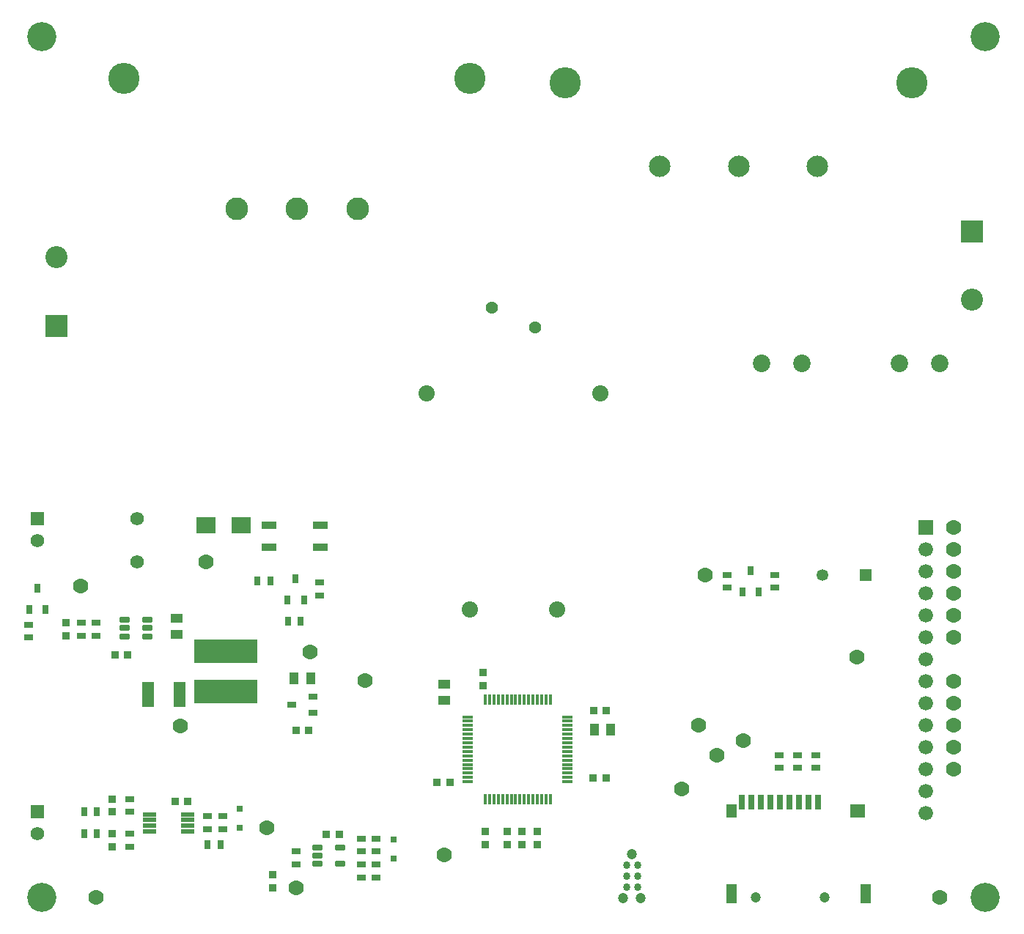
<source format=gts>
G04*
G04 #@! TF.GenerationSoftware,Altium Limited,CircuitStudio,1.5.2 (30)*
G04*
G04 Layer_Color=8388736*
%FSLAX44Y44*%
%MOMM*%
G71*
G01*
G75*
%ADD72R,1.4760X2.9760*%
%ADD73R,0.6760X0.9760*%
%ADD74R,0.9760X0.6760*%
%ADD75R,1.3760X0.9760*%
%ADD76R,1.2760X0.3760*%
%ADD77R,0.3760X1.2760*%
%ADD78R,0.9760X1.3760*%
%ADD79R,0.8760X0.8760*%
%ADD80R,0.8760X0.8760*%
%ADD81R,1.7760X0.8760*%
%ADD82R,0.6760X0.6760*%
%ADD83R,2.2350X1.8540*%
%ADD84C,0.8634*%
G04:AMPARAMS|DCode=85|XSize=1.176mm|YSize=0.676mm|CornerRadius=0.113mm|HoleSize=0mm|Usage=FLASHONLY|Rotation=180.000|XOffset=0mm|YOffset=0mm|HoleType=Round|Shape=RoundedRectangle|*
%AMROUNDEDRECTD85*
21,1,1.1760,0.4500,0,0,180.0*
21,1,0.9500,0.6760,0,0,180.0*
1,1,0.2260,-0.4750,0.2250*
1,1,0.2260,0.4750,0.2250*
1,1,0.2260,0.4750,-0.2250*
1,1,0.2260,-0.4750,-0.2250*
%
%ADD85ROUNDEDRECTD85*%
%ADD86R,7.3760X2.7260*%
%ADD87R,1.5260X0.5260*%
%ADD88R,1.2760X2.2760*%
%ADD89R,1.2760X1.5760*%
%ADD90R,1.6760X1.5760*%
%ADD91R,0.7760X1.6760*%
%ADD92C,3.6000*%
%ADD93C,2.6260*%
%ADD94C,2.4760*%
%ADD95C,1.3510*%
%ADD96R,1.3510X1.3510*%
%ADD97C,1.7760*%
%ADD98C,1.6760*%
%ADD99R,1.6760X1.6760*%
%ADD100C,1.5760*%
%ADD101R,1.5760X1.5760*%
%ADD102C,3.3540*%
%ADD103C,1.4260*%
%ADD104R,2.5510X2.5510*%
%ADD105C,2.5510*%
%ADD106C,2.0260*%
%ADD107C,1.2000*%
%ADD108C,1.2040*%
%ADD109C,1.8760*%
D72*
X378000Y814000D02*
D03*
X414000D02*
D03*
D73*
X539500Y899000D02*
D03*
X554500D02*
D03*
X1074020Y957220D02*
D03*
X1083520Y933220D02*
D03*
X1064520D02*
D03*
X304000Y653500D02*
D03*
X319000D02*
D03*
X250000Y937000D02*
D03*
X259500Y913000D02*
D03*
X240500D02*
D03*
X504500Y946000D02*
D03*
X519500D02*
D03*
X548500Y948000D02*
D03*
X558000Y924000D02*
D03*
X539000D02*
D03*
X304000Y678500D02*
D03*
X319000D02*
D03*
X461500Y641000D02*
D03*
X446500D02*
D03*
D74*
X1046520Y937720D02*
D03*
Y952720D02*
D03*
X1102110Y937720D02*
D03*
Y952720D02*
D03*
X356500Y638500D02*
D03*
Y653500D02*
D03*
X240000Y895000D02*
D03*
Y880000D02*
D03*
X641500Y648000D02*
D03*
Y633000D02*
D03*
X624000Y633000D02*
D03*
Y648000D02*
D03*
Y618000D02*
D03*
Y603000D02*
D03*
X641500Y603000D02*
D03*
Y618000D02*
D03*
X549000Y633000D02*
D03*
Y618000D02*
D03*
X576000Y943500D02*
D03*
Y928500D02*
D03*
X356500Y693500D02*
D03*
Y678500D02*
D03*
X464000Y673500D02*
D03*
Y658500D02*
D03*
X446500Y658500D02*
D03*
Y673500D02*
D03*
X318000Y882500D02*
D03*
Y897500D02*
D03*
X301000Y897500D02*
D03*
Y882500D02*
D03*
X568219Y793180D02*
D03*
Y812180D02*
D03*
X544219Y802680D02*
D03*
X1107000Y729500D02*
D03*
Y744500D02*
D03*
X1128000Y729500D02*
D03*
Y744500D02*
D03*
X1149000Y729500D02*
D03*
Y744500D02*
D03*
D75*
X720000Y826500D02*
D03*
Y807500D02*
D03*
X411000Y883500D02*
D03*
Y902500D02*
D03*
D76*
X747500Y713500D02*
D03*
Y718500D02*
D03*
Y723500D02*
D03*
Y728500D02*
D03*
Y733500D02*
D03*
Y738500D02*
D03*
Y743500D02*
D03*
Y748500D02*
D03*
Y753500D02*
D03*
Y758500D02*
D03*
Y763500D02*
D03*
Y768500D02*
D03*
Y773500D02*
D03*
Y778500D02*
D03*
Y783500D02*
D03*
Y788500D02*
D03*
X862500D02*
D03*
Y783500D02*
D03*
Y778500D02*
D03*
Y773500D02*
D03*
Y768500D02*
D03*
Y763500D02*
D03*
Y758500D02*
D03*
Y753500D02*
D03*
Y748500D02*
D03*
Y743500D02*
D03*
Y738500D02*
D03*
Y733500D02*
D03*
Y728500D02*
D03*
Y723500D02*
D03*
Y718500D02*
D03*
Y713500D02*
D03*
D77*
X767500Y808500D02*
D03*
X772500D02*
D03*
X777500D02*
D03*
X782500D02*
D03*
X787500D02*
D03*
X792500D02*
D03*
X797500D02*
D03*
X802500D02*
D03*
X807500D02*
D03*
X812500D02*
D03*
X817500D02*
D03*
X822500D02*
D03*
X827500D02*
D03*
X832500D02*
D03*
X837500D02*
D03*
X842500D02*
D03*
Y693500D02*
D03*
X837500D02*
D03*
X832500D02*
D03*
X827500D02*
D03*
X822500D02*
D03*
X817500D02*
D03*
X812500D02*
D03*
X807500D02*
D03*
X802500D02*
D03*
X797500D02*
D03*
X792500D02*
D03*
X787500D02*
D03*
X782500D02*
D03*
X777500D02*
D03*
X772500D02*
D03*
X767500D02*
D03*
D78*
X912500Y773500D02*
D03*
X893500D02*
D03*
X546719Y832680D02*
D03*
X565719D02*
D03*
D79*
X907500Y796000D02*
D03*
X892500D02*
D03*
X906950Y717720D02*
D03*
X891950D02*
D03*
X711610Y712640D02*
D03*
X726610D02*
D03*
X584000Y653000D02*
D03*
X599000D02*
D03*
X354500Y860000D02*
D03*
X339500D02*
D03*
X409000Y691000D02*
D03*
X424000D02*
D03*
X563719Y772680D02*
D03*
X548719D02*
D03*
D80*
X792500Y641000D02*
D03*
Y656000D02*
D03*
X810000Y641000D02*
D03*
Y656000D02*
D03*
X827500Y641000D02*
D03*
Y656000D02*
D03*
X767500Y641000D02*
D03*
Y656000D02*
D03*
X336500Y638500D02*
D03*
Y653500D02*
D03*
Y678500D02*
D03*
Y693500D02*
D03*
X283000Y897500D02*
D03*
Y882500D02*
D03*
X522260Y605840D02*
D03*
Y590840D02*
D03*
X765000Y839500D02*
D03*
Y824500D02*
D03*
D81*
X518000Y1010200D02*
D03*
Y984800D02*
D03*
X577000Y1010200D02*
D03*
Y984800D02*
D03*
D82*
X661500Y624500D02*
D03*
Y646500D02*
D03*
X484000Y682000D02*
D03*
Y660000D02*
D03*
D83*
X444680Y1010000D02*
D03*
X485320D02*
D03*
D84*
X930650Y617400D02*
D03*
X943350D02*
D03*
X930650Y604700D02*
D03*
X943350D02*
D03*
X930650Y592000D02*
D03*
X943350D02*
D03*
D85*
X377000Y881500D02*
D03*
Y891000D02*
D03*
Y900500D02*
D03*
X351000Y881500D02*
D03*
Y900500D02*
D03*
Y891000D02*
D03*
X573500Y637500D02*
D03*
Y628000D02*
D03*
Y618500D02*
D03*
X599500Y637500D02*
D03*
Y618500D02*
D03*
D86*
X468000Y817750D02*
D03*
Y864250D02*
D03*
D87*
X423500Y656250D02*
D03*
Y662750D02*
D03*
Y669250D02*
D03*
Y675750D02*
D03*
X379500Y656250D02*
D03*
Y662750D02*
D03*
Y669250D02*
D03*
Y675750D02*
D03*
D88*
X1206500Y584000D02*
D03*
X1051500D02*
D03*
D89*
Y680000D02*
D03*
D90*
X1197500D02*
D03*
D91*
X1063500Y690000D02*
D03*
X1074500D02*
D03*
X1085500D02*
D03*
X1096500D02*
D03*
X1107500D02*
D03*
X1118500D02*
D03*
X1129500D02*
D03*
X1140500D02*
D03*
X1151500D02*
D03*
D92*
X750000Y1526500D02*
D03*
X350000D02*
D03*
X860000Y1521250D02*
D03*
X1260000D02*
D03*
D93*
X620000Y1375500D02*
D03*
X550000D02*
D03*
X480000D02*
D03*
D94*
X1151400Y1424750D02*
D03*
X1060000D02*
D03*
X968600D02*
D03*
D95*
X1156520Y952720D02*
D03*
D96*
X1206520D02*
D03*
D97*
X1196630Y857420D02*
D03*
X1308390Y905820D02*
D03*
Y956420D02*
D03*
Y981820D02*
D03*
Y931020D02*
D03*
Y1007220D02*
D03*
Y778620D02*
D03*
Y753220D02*
D03*
Y727820D02*
D03*
Y804020D02*
D03*
Y829420D02*
D03*
Y880220D02*
D03*
X565440Y863770D02*
D03*
X994700Y705020D02*
D03*
X1065820Y760900D02*
D03*
X1021520Y952720D02*
D03*
X515000Y660000D02*
D03*
X720380Y628820D02*
D03*
X628940Y830750D02*
D03*
X445000Y967500D02*
D03*
X415000Y778000D02*
D03*
X300010Y939970D02*
D03*
X1292500Y580000D02*
D03*
X317500D02*
D03*
X1035340Y744500D02*
D03*
X1014000Y779000D02*
D03*
X549000Y590580D02*
D03*
D98*
X1276640Y677080D02*
D03*
Y702480D02*
D03*
Y727880D02*
D03*
Y753280D02*
D03*
Y778680D02*
D03*
Y804080D02*
D03*
Y829480D02*
D03*
Y854880D02*
D03*
Y880280D02*
D03*
Y905680D02*
D03*
Y931080D02*
D03*
Y956480D02*
D03*
Y981880D02*
D03*
D99*
Y1007280D02*
D03*
D100*
X365000Y967500D02*
D03*
Y1017500D02*
D03*
X250000Y653500D02*
D03*
Y992500D02*
D03*
D101*
Y678500D02*
D03*
Y1017500D02*
D03*
D102*
X255000Y580000D02*
D03*
X1345000D02*
D03*
Y1575000D02*
D03*
X255000D02*
D03*
D103*
X774877Y1261185D02*
D03*
X825122Y1238814D02*
D03*
D104*
X272500Y1240400D02*
D03*
X1330000Y1349600D02*
D03*
D105*
X272500Y1319600D02*
D03*
X1330000Y1270400D02*
D03*
D106*
X1246000Y1197000D02*
D03*
X1292000D02*
D03*
X1133000D02*
D03*
X1087000D02*
D03*
D107*
X937000Y630100D02*
D03*
X926840Y579300D02*
D03*
X947160D02*
D03*
D108*
X1159500Y580000D02*
D03*
X1079500D02*
D03*
D109*
X850000Y912500D02*
D03*
X750000D02*
D03*
X700000Y1162500D02*
D03*
X900000D02*
D03*
M02*

</source>
